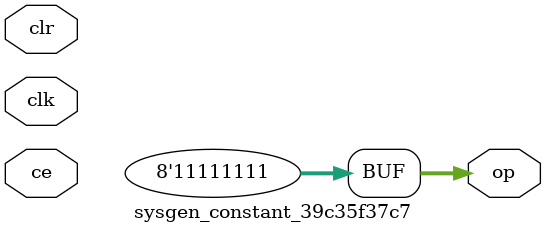
<source format=v>
module sysgen_constant_39c35f37c7 (
  output [(8 - 1):0] op,
  input clk,
  input ce,
  input clr);
  assign op = 8'b11111111;
endmodule
</source>
